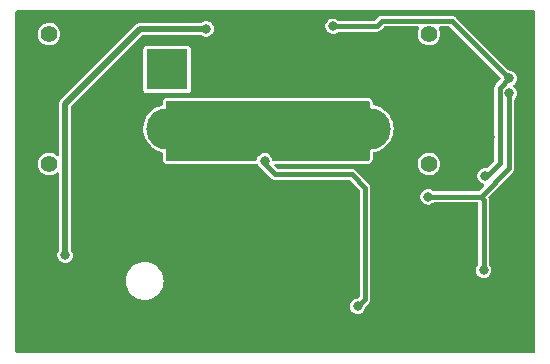
<source format=gbr>
%TF.GenerationSoftware,KiCad,Pcbnew,(5.99.0-10394-g2e15de97e0)*%
%TF.CreationDate,2021-04-26T17:42:33+02:00*%
%TF.ProjectId,TFSBEC01A,54465342-4543-4303-9141-2e6b69636164,rev?*%
%TF.SameCoordinates,Original*%
%TF.FileFunction,Copper,L1,Top*%
%TF.FilePolarity,Positive*%
%FSLAX46Y46*%
G04 Gerber Fmt 4.6, Leading zero omitted, Abs format (unit mm)*
G04 Created by KiCad (PCBNEW (5.99.0-10394-g2e15de97e0)) date 2021-04-26 17:42:33*
%MOMM*%
%LPD*%
G01*
G04 APERTURE LIST*
G04 Aperture macros list*
%AMRoundRect*
0 Rectangle with rounded corners*
0 $1 Rounding radius*
0 $2 $3 $4 $5 $6 $7 $8 $9 X,Y pos of 4 corners*
0 Add a 4 corners polygon primitive as box body*
4,1,4,$2,$3,$4,$5,$6,$7,$8,$9,$2,$3,0*
0 Add four circle primitives for the rounded corners*
1,1,$1+$1,$2,$3*
1,1,$1+$1,$4,$5*
1,1,$1+$1,$6,$7*
1,1,$1+$1,$8,$9*
0 Add four rect primitives between the rounded corners*
20,1,$1+$1,$2,$3,$4,$5,0*
20,1,$1+$1,$4,$5,$6,$7,0*
20,1,$1+$1,$6,$7,$8,$9,0*
20,1,$1+$1,$8,$9,$2,$3,0*%
G04 Aperture macros list end*
%TA.AperFunction,ComponentPad*%
%ADD10C,1.400000*%
%TD*%
%TA.AperFunction,ComponentPad*%
%ADD11R,3.500000X3.500000*%
%TD*%
%TA.AperFunction,ComponentPad*%
%ADD12C,3.500000*%
%TD*%
%TA.AperFunction,ComponentPad*%
%ADD13C,0.500000*%
%TD*%
%TA.AperFunction,SMDPad,CuDef*%
%ADD14RoundRect,0.250000X-0.700000X-1.200000X0.700000X-1.200000X0.700000X1.200000X-0.700000X1.200000X0*%
%TD*%
%TA.AperFunction,ViaPad*%
%ADD15C,0.800000*%
%TD*%
%TA.AperFunction,Conductor*%
%ADD16C,0.500000*%
%TD*%
%TA.AperFunction,Conductor*%
%ADD17C,0.400000*%
%TD*%
G04 APERTURE END LIST*
D10*
%TO.P,J19,*%
%TO.N,*%
X35500000Y16500000D03*
X35500000Y27500000D03*
D11*
%TO.P,J19,1,-*%
%TO.N,GND*%
X30500000Y24500000D03*
D12*
%TO.P,J19,2,+*%
%TO.N,VCC*%
X30500000Y19500000D03*
%TD*%
D10*
%TO.P,J18,*%
%TO.N,*%
X3335000Y27500000D03*
X3335000Y16500000D03*
D11*
%TO.P,J18,1,-*%
%TO.N,Net-(J18-Pad1)*%
X13335000Y24500000D03*
D12*
%TO.P,J18,2,+*%
%TO.N,VCC*%
X13335000Y19500000D03*
%TD*%
D13*
%TO.P,U3,9,GND*%
%TO.N,GND*%
X18291000Y16059000D03*
X18291000Y13659000D03*
X18291000Y14859000D03*
D14*
X17591000Y14859000D03*
D13*
X16891000Y16059000D03*
X16891000Y13659000D03*
X16891000Y14859000D03*
%TD*%
D15*
%TO.N,GND*%
X27940000Y25908000D03*
X25908000Y24892000D03*
X7112000Y8890000D03*
X24638000Y1524000D03*
X3810000Y3048000D03*
X25400000Y2794000D03*
X34036000Y3302000D03*
X14986000Y7366000D03*
X2540000Y11938000D03*
X12446000Y11938000D03*
X24130000Y2794000D03*
X17018000Y12446000D03*
X43688000Y23622000D03*
X21082000Y3810000D03*
X24892000Y24892000D03*
X23368000Y1524000D03*
X10160000Y22606000D03*
X43688000Y24638000D03*
X43688000Y25654000D03*
X7112000Y11938000D03*
X11938000Y26924000D03*
X4826000Y2032000D03*
X9398000Y11938000D03*
X3302000Y8890000D03*
X31750000Y16510000D03*
X6096000Y8890000D03*
X4826000Y3048000D03*
X27940000Y22860000D03*
X35306000Y3302000D03*
X16256000Y11430000D03*
X10160000Y8890000D03*
X35306000Y5842000D03*
X26924000Y24892000D03*
X23876000Y22860000D03*
X5842000Y20066000D03*
X8382000Y11938000D03*
X31750000Y15494000D03*
X5842000Y21336000D03*
X35306000Y24892000D03*
X35306000Y22860000D03*
X27940000Y23876000D03*
X6096000Y11938000D03*
X25908000Y1524000D03*
X23876000Y23876000D03*
X26924000Y23876000D03*
X1270000Y8890000D03*
X8890000Y22606000D03*
X35306000Y21844000D03*
X32766000Y16510000D03*
X34036000Y11176000D03*
X35306000Y4572000D03*
X14986000Y6096000D03*
X26924000Y25908000D03*
X25908000Y22860000D03*
X2286000Y8890000D03*
X11176000Y28956000D03*
X34036000Y5842000D03*
X35306000Y25908000D03*
X12192000Y8890000D03*
X23876000Y25908000D03*
X26162000Y9144000D03*
X9144000Y8890000D03*
X24892000Y25908000D03*
X24892000Y23876000D03*
X22606000Y5080000D03*
X35306000Y20828000D03*
X19558000Y3302000D03*
X27940000Y24892000D03*
X35306000Y2032000D03*
X9652000Y5080000D03*
X35306000Y23876000D03*
X10414000Y11938000D03*
X23876000Y24892000D03*
X3556000Y11938000D03*
X11176000Y8890000D03*
X39624000Y18796000D03*
X11430000Y11938000D03*
X40640000Y18796000D03*
X7620000Y22606000D03*
X32766000Y15494000D03*
X34798000Y17780000D03*
X17526000Y3302000D03*
X34036000Y2032000D03*
X27432000Y10414000D03*
X4826000Y4064000D03*
X1524000Y11938000D03*
X43688000Y22606000D03*
X15494000Y3302000D03*
X3810000Y4064000D03*
X32512000Y17526000D03*
X8128000Y8890000D03*
X3810000Y2032000D03*
X26924000Y22860000D03*
X35306000Y19812000D03*
X25908000Y25908000D03*
X26670000Y2794000D03*
X25908000Y23876000D03*
X27432000Y9144000D03*
X24892000Y22860000D03*
X34036000Y4572000D03*
X35306000Y18796000D03*
%TO.N,+3V3*%
X16642000Y27935000D03*
X4699000Y8763000D03*
%TO.N,/SENSE_CURRENT*%
X27390000Y28152000D03*
X40259000Y15494000D03*
X42291000Y23749000D03*
%TO.N,/SENSE_VOLTAGE*%
X42291000Y22479000D03*
X40132000Y7493000D03*
X35433000Y13716000D03*
%TO.N,Net-(R5-Pad2)*%
X29464000Y4445000D03*
X21590000Y16764000D03*
%TD*%
D16*
%TO.N,+3V3*%
X4699000Y21590000D02*
X11049000Y27940000D01*
X16637000Y27940000D02*
X16642000Y27935000D01*
X4699000Y8763000D02*
X4699000Y21590000D01*
X11049000Y27940000D02*
X16637000Y27940000D01*
D17*
%TO.N,/SENSE_CURRENT*%
X41491489Y16599489D02*
X41491489Y22949489D01*
X31514631Y28599511D02*
X37440489Y28599511D01*
X40259000Y15494000D02*
X40386000Y15494000D01*
X40386000Y15494000D02*
X41491489Y16599489D01*
X41491489Y22949489D02*
X42291000Y23749000D01*
X31067120Y28152000D02*
X31514631Y28599511D01*
X27390000Y28152000D02*
X31067120Y28152000D01*
X37440489Y28599511D02*
X42291000Y23749000D01*
%TO.N,/SENSE_VOLTAGE*%
X40132000Y13462000D02*
X40132000Y7493000D01*
X42291000Y22479000D02*
X42291000Y16129000D01*
X42291000Y16129000D02*
X39878000Y13716000D01*
X35433000Y13716000D02*
X39878000Y13716000D01*
X39878000Y13716000D02*
X40132000Y13462000D01*
%TO.N,Net-(R5-Pad2)*%
X28956000Y15621000D02*
X30099000Y14478000D01*
X30099000Y14478000D02*
X30099000Y5080000D01*
X30099000Y5080000D02*
X29464000Y4445000D01*
X21590000Y16764000D02*
X21590000Y16510000D01*
X21590000Y16510000D02*
X22479000Y15621000D01*
X22479000Y15621000D02*
X28956000Y15621000D01*
%TD*%
%TA.AperFunction,Conductor*%
%TO.N,VCC*%
G36*
X30422121Y21823998D02*
G01*
X30468614Y21770342D01*
X30480000Y21718000D01*
X30480000Y16890000D01*
X30459998Y16821879D01*
X30406342Y16775386D01*
X30354000Y16764000D01*
X22360584Y16764000D01*
X22292463Y16784002D01*
X22245970Y16837658D01*
X22235578Y16874208D01*
X22229775Y16920146D01*
X22229774Y16920149D01*
X22228781Y16928011D01*
X22167924Y17081717D01*
X22070755Y17215459D01*
X22064647Y17220512D01*
X21949487Y17315781D01*
X21949483Y17315784D01*
X21943378Y17320834D01*
X21793797Y17391222D01*
X21786014Y17392707D01*
X21786013Y17392707D01*
X21639196Y17420714D01*
X21639194Y17420714D01*
X21631410Y17422199D01*
X21548916Y17417009D01*
X21474333Y17412316D01*
X21474331Y17412316D01*
X21466422Y17411818D01*
X21458886Y17409369D01*
X21458884Y17409369D01*
X21316741Y17363184D01*
X21316738Y17363183D01*
X21309199Y17360733D01*
X21169619Y17272153D01*
X21164192Y17266374D01*
X21164191Y17266373D01*
X21110356Y17209045D01*
X21056453Y17151644D01*
X20976812Y17006778D01*
X20974840Y16999097D01*
X20938783Y16858665D01*
X20902469Y16797659D01*
X20838937Y16765970D01*
X20816742Y16764000D01*
X13334000Y16764000D01*
X13265879Y16784002D01*
X13219386Y16837658D01*
X13208000Y16890000D01*
X13208000Y21718000D01*
X13228002Y21786121D01*
X13281658Y21832614D01*
X13334000Y21844000D01*
X30354000Y21844000D01*
X30422121Y21823998D01*
G37*
%TD.AperFunction*%
%TD*%
%TA.AperFunction,Conductor*%
%TO.N,GND*%
G36*
X44442121Y29479998D02*
G01*
X44488614Y29426342D01*
X44500000Y29374000D01*
X44500000Y626000D01*
X44479998Y557879D01*
X44426342Y511386D01*
X44374000Y500000D01*
X626000Y500000D01*
X557879Y520002D01*
X511386Y573658D01*
X500000Y626000D01*
X500000Y6604000D01*
X9828300Y6604000D01*
X9848116Y6352219D01*
X9907075Y6106637D01*
X10003725Y5873302D01*
X10135687Y5657960D01*
X10299712Y5465912D01*
X10491760Y5301887D01*
X10707102Y5169925D01*
X10711672Y5168032D01*
X10711676Y5168030D01*
X10899168Y5090369D01*
X10940437Y5073275D01*
X11025821Y5052776D01*
X11181206Y5015471D01*
X11181212Y5015470D01*
X11186019Y5014316D01*
X11285348Y5006498D01*
X11371814Y4999693D01*
X11371821Y4999693D01*
X11374270Y4999500D01*
X11501330Y4999500D01*
X11503779Y4999693D01*
X11503786Y4999693D01*
X11590252Y5006498D01*
X11689581Y5014316D01*
X11694388Y5015470D01*
X11694394Y5015471D01*
X11849779Y5052776D01*
X11935163Y5073275D01*
X11976432Y5090369D01*
X12163924Y5168030D01*
X12163928Y5168032D01*
X12168498Y5169925D01*
X12383840Y5301887D01*
X12575888Y5465912D01*
X12739913Y5657960D01*
X12871875Y5873302D01*
X12968525Y6106637D01*
X13027484Y6352219D01*
X13047300Y6604000D01*
X13027484Y6855781D01*
X13025441Y6864293D01*
X12969680Y7096551D01*
X12968525Y7101363D01*
X12940563Y7168870D01*
X12873770Y7330124D01*
X12873768Y7330128D01*
X12871875Y7334698D01*
X12739913Y7550040D01*
X12596692Y7717730D01*
X12579096Y7738332D01*
X12575888Y7742088D01*
X12383840Y7906113D01*
X12168498Y8038075D01*
X12163928Y8039968D01*
X12163924Y8039970D01*
X11939736Y8132831D01*
X11939734Y8132832D01*
X11935163Y8134725D01*
X11849779Y8155224D01*
X11694394Y8192529D01*
X11694388Y8192530D01*
X11689581Y8193684D01*
X11590252Y8201502D01*
X11503786Y8208307D01*
X11503779Y8208307D01*
X11501330Y8208500D01*
X11374270Y8208500D01*
X11371821Y8208307D01*
X11371814Y8208307D01*
X11285348Y8201502D01*
X11186019Y8193684D01*
X11181212Y8192530D01*
X11181206Y8192529D01*
X11025821Y8155224D01*
X10940437Y8134725D01*
X10935866Y8132832D01*
X10935864Y8132831D01*
X10711676Y8039970D01*
X10711672Y8039968D01*
X10707102Y8038075D01*
X10491760Y7906113D01*
X10299712Y7742088D01*
X10296504Y7738332D01*
X10278908Y7717730D01*
X10135687Y7550040D01*
X10003725Y7334698D01*
X10001832Y7330128D01*
X10001830Y7330124D01*
X9935037Y7168870D01*
X9907075Y7101363D01*
X9905920Y7096551D01*
X9850160Y6864293D01*
X9848116Y6855781D01*
X9828300Y6604000D01*
X500000Y6604000D01*
X500000Y16406369D01*
X2380079Y16406369D01*
X2418410Y16216268D01*
X2420905Y16210391D01*
X2420905Y16210390D01*
X2487823Y16052743D01*
X2494184Y16037757D01*
X2604304Y15878129D01*
X2744273Y15743904D01*
X2813042Y15700598D01*
X2902965Y15643970D01*
X2902969Y15643968D01*
X2908373Y15640565D01*
X3089900Y15572333D01*
X3096204Y15571335D01*
X3096206Y15571334D01*
X3185670Y15557164D01*
X3281439Y15541996D01*
X3475167Y15550793D01*
X3556344Y15571334D01*
X3656980Y15596799D01*
X3656982Y15596800D01*
X3663168Y15598365D01*
X3750463Y15640565D01*
X3832016Y15679989D01*
X3832018Y15679990D01*
X3837764Y15682768D01*
X3842833Y15686644D01*
X3842837Y15686646D01*
X3991823Y15800555D01*
X3993623Y15798201D01*
X4045589Y15824497D01*
X4116211Y15817216D01*
X4171685Y15772908D01*
X4194500Y15700598D01*
X4194500Y9229873D01*
X4174498Y9161752D01*
X4170785Y9156322D01*
X4165453Y9150644D01*
X4085812Y9005778D01*
X4044700Y8845657D01*
X4044700Y8680343D01*
X4085812Y8520222D01*
X4165453Y8375356D01*
X4170877Y8369580D01*
X4225380Y8311541D01*
X4278619Y8254847D01*
X4418199Y8166267D01*
X4425738Y8163817D01*
X4425741Y8163816D01*
X4567884Y8117631D01*
X4567886Y8117631D01*
X4575422Y8115182D01*
X4583331Y8114684D01*
X4583333Y8114684D01*
X4657916Y8109992D01*
X4740410Y8104801D01*
X4748194Y8106286D01*
X4748196Y8106286D01*
X4895013Y8134293D01*
X4895014Y8134293D01*
X4902797Y8135778D01*
X5052378Y8206166D01*
X5058483Y8211216D01*
X5058487Y8211219D01*
X5173647Y8306488D01*
X5179755Y8311541D01*
X5276924Y8445283D01*
X5337781Y8598989D01*
X5358500Y8763000D01*
X5337781Y8927011D01*
X5276924Y9080717D01*
X5227563Y9148657D01*
X5203500Y9222717D01*
X5203500Y19563120D01*
X11326492Y19563120D01*
X11337635Y19279489D01*
X11388632Y19000258D01*
X11478464Y18730998D01*
X11605339Y18477081D01*
X11607868Y18473422D01*
X11712092Y18322623D01*
X11766725Y18243575D01*
X11959403Y18035138D01*
X12179527Y17855928D01*
X12183345Y17853629D01*
X12183347Y17853628D01*
X12418889Y17711820D01*
X12422706Y17709522D01*
X12426801Y17707788D01*
X12426803Y17707787D01*
X12609864Y17630271D01*
X12684088Y17598841D01*
X12688381Y17597703D01*
X12688386Y17597701D01*
X12860292Y17552122D01*
X12921011Y17515329D01*
X12952200Y17451550D01*
X12954000Y17430330D01*
X12954000Y16890000D01*
X12954360Y16886653D01*
X12954360Y16886649D01*
X12959382Y16839939D01*
X12959804Y16836010D01*
X12960522Y16832710D01*
X12960522Y16832709D01*
X12969786Y16790124D01*
X12971190Y16783668D01*
X12978384Y16757445D01*
X13001597Y16716680D01*
X13024362Y16676702D01*
X13024365Y16676698D01*
X13027425Y16671324D01*
X13040686Y16656020D01*
X13064898Y16628078D01*
X13073918Y16617668D01*
X13106502Y16586227D01*
X13194319Y16540291D01*
X13262440Y16520289D01*
X13266899Y16519648D01*
X13266903Y16519647D01*
X13296151Y16515442D01*
X13334000Y16510000D01*
X20816742Y16510000D01*
X20827970Y16510498D01*
X20837781Y16510932D01*
X20837791Y16510933D01*
X20839198Y16510995D01*
X20861393Y16512965D01*
X20868791Y16515057D01*
X20869665Y16515048D01*
X20872863Y16515637D01*
X20872978Y16515015D01*
X20939784Y16514343D01*
X20999121Y16475361D01*
X21013486Y16454512D01*
X21056453Y16376356D01*
X21169619Y16255847D01*
X21209630Y16230455D01*
X21244112Y16208572D01*
X21269122Y16187716D01*
X21296305Y16158310D01*
X21296309Y16158307D01*
X21302701Y16151392D01*
X21308817Y16147839D01*
X21314414Y16142826D01*
X22134052Y15323188D01*
X22143907Y15312099D01*
X22164451Y15286039D01*
X22213191Y15252352D01*
X22216359Y15250088D01*
X22263987Y15214909D01*
X22270858Y15212496D01*
X22276848Y15208356D01*
X22333304Y15190501D01*
X22337011Y15189265D01*
X22392898Y15169639D01*
X22400101Y15169356D01*
X22400268Y15169323D01*
X22407118Y15167157D01*
X22415466Y15166500D01*
X22470314Y15166500D01*
X22475261Y15166403D01*
X22529423Y15164275D01*
X22536260Y15166088D01*
X22543752Y15166500D01*
X28715550Y15166500D01*
X28783671Y15146498D01*
X28804645Y15129595D01*
X29607595Y14326645D01*
X29641621Y14264333D01*
X29644500Y14237550D01*
X29644500Y5320450D01*
X29624498Y5252329D01*
X29607595Y5231355D01*
X29511361Y5135121D01*
X29449049Y5101095D01*
X29430182Y5098466D01*
X29385358Y5095645D01*
X29348333Y5093316D01*
X29348331Y5093316D01*
X29340422Y5092818D01*
X29332886Y5090369D01*
X29332884Y5090369D01*
X29190741Y5044184D01*
X29190738Y5044183D01*
X29183199Y5041733D01*
X29043619Y4953153D01*
X29038192Y4947374D01*
X29038191Y4947373D01*
X28965731Y4870211D01*
X28930453Y4832644D01*
X28850812Y4687778D01*
X28809700Y4527657D01*
X28809700Y4362343D01*
X28850812Y4202222D01*
X28930453Y4057356D01*
X28935877Y4051580D01*
X28990380Y3993541D01*
X29043619Y3936847D01*
X29183199Y3848267D01*
X29190738Y3845817D01*
X29190741Y3845816D01*
X29332884Y3799631D01*
X29332886Y3799631D01*
X29340422Y3797182D01*
X29348331Y3796684D01*
X29348333Y3796684D01*
X29422916Y3791991D01*
X29505410Y3786801D01*
X29513194Y3788286D01*
X29513196Y3788286D01*
X29660013Y3816293D01*
X29660014Y3816293D01*
X29667797Y3817778D01*
X29817378Y3888166D01*
X29823483Y3893216D01*
X29823487Y3893219D01*
X29938647Y3988488D01*
X29944755Y3993541D01*
X30041924Y4127283D01*
X30102781Y4280989D01*
X30120514Y4421362D01*
X30148896Y4486438D01*
X30156425Y4494665D01*
X30396812Y4735052D01*
X30407901Y4744907D01*
X30426564Y4759620D01*
X30433961Y4765451D01*
X30467648Y4814191D01*
X30469916Y4817364D01*
X30485468Y4838420D01*
X30505091Y4864987D01*
X30507504Y4871858D01*
X30511644Y4877848D01*
X30529499Y4934304D01*
X30530743Y4938034D01*
X30536053Y4953153D01*
X30550361Y4993898D01*
X30550644Y5001101D01*
X30550677Y5001268D01*
X30552843Y5008118D01*
X30553500Y5016466D01*
X30553500Y5071314D01*
X30553597Y5076261D01*
X30554151Y5090369D01*
X30555725Y5130423D01*
X30553912Y5137260D01*
X30553500Y5144752D01*
X30553500Y14444673D01*
X30554373Y14459482D01*
X30557166Y14483081D01*
X30558273Y14492434D01*
X30556581Y14501701D01*
X30547641Y14550653D01*
X30546991Y14554555D01*
X30539587Y14603802D01*
X30539586Y14603804D01*
X30538187Y14613112D01*
X30535034Y14619678D01*
X30533726Y14626840D01*
X30506423Y14679401D01*
X30504673Y14682903D01*
X30483121Y14727786D01*
X30479044Y14736277D01*
X30474149Y14741572D01*
X30474057Y14741709D01*
X30470744Y14748087D01*
X30465305Y14754455D01*
X30426541Y14793219D01*
X30423111Y14796785D01*
X30392691Y14829693D01*
X30386299Y14836608D01*
X30380183Y14840161D01*
X30374586Y14845174D01*
X29300948Y15918812D01*
X29291093Y15929901D01*
X29276380Y15948564D01*
X29270549Y15955961D01*
X29221809Y15989648D01*
X29218636Y15991916D01*
X29204776Y16002153D01*
X29171013Y16027091D01*
X29164142Y16029504D01*
X29158152Y16033644D01*
X29101696Y16051499D01*
X29097989Y16052735D01*
X29042102Y16072361D01*
X29034899Y16072644D01*
X29034732Y16072677D01*
X29027882Y16074843D01*
X29019534Y16075500D01*
X28964686Y16075500D01*
X28959739Y16075597D01*
X28905577Y16077725D01*
X28898740Y16075912D01*
X28891248Y16075500D01*
X22719450Y16075500D01*
X22651329Y16095502D01*
X22630355Y16112405D01*
X22447855Y16294905D01*
X22413829Y16357217D01*
X22417345Y16406369D01*
X34545079Y16406369D01*
X34583410Y16216268D01*
X34585905Y16210391D01*
X34585905Y16210390D01*
X34652823Y16052743D01*
X34659184Y16037757D01*
X34769304Y15878129D01*
X34909273Y15743904D01*
X34978042Y15700598D01*
X35067965Y15643970D01*
X35067969Y15643968D01*
X35073373Y15640565D01*
X35254900Y15572333D01*
X35261204Y15571335D01*
X35261206Y15571334D01*
X35350670Y15557164D01*
X35446439Y15541996D01*
X35640167Y15550793D01*
X35721344Y15571334D01*
X35821980Y15596799D01*
X35821982Y15596800D01*
X35828168Y15598365D01*
X35915463Y15640565D01*
X35997016Y15679989D01*
X35997018Y15679990D01*
X36002764Y15682768D01*
X36007833Y15686644D01*
X36007837Y15686646D01*
X36142116Y15789311D01*
X36156823Y15800555D01*
X36259623Y15918812D01*
X36279863Y15942095D01*
X36279864Y15942097D01*
X36284051Y15946913D01*
X36379250Y16115865D01*
X36438533Y16300509D01*
X36459477Y16493301D01*
X36459500Y16500000D01*
X36457972Y16515048D01*
X36440547Y16686585D01*
X36440547Y16686586D01*
X36439902Y16692934D01*
X36381910Y16877987D01*
X36287893Y17047600D01*
X36161690Y17194843D01*
X36008458Y17313702D01*
X35834455Y17399322D01*
X35828277Y17400931D01*
X35828275Y17400932D01*
X35652972Y17446595D01*
X35652969Y17446595D01*
X35646790Y17448205D01*
X35563491Y17452570D01*
X35459510Y17458020D01*
X35459506Y17458020D01*
X35453129Y17458354D01*
X35313987Y17437311D01*
X35267696Y17430311D01*
X35267695Y17430311D01*
X35261382Y17429356D01*
X35255393Y17427153D01*
X35255391Y17427152D01*
X35184128Y17400932D01*
X35079383Y17362393D01*
X34914566Y17260202D01*
X34773663Y17126957D01*
X34662431Y16968101D01*
X34620796Y16871888D01*
X34605271Y16836010D01*
X34585414Y16790124D01*
X34584108Y16783874D01*
X34584108Y16783873D01*
X34551945Y16629918D01*
X34545756Y16600295D01*
X34545464Y16516522D01*
X34545155Y16428032D01*
X34545079Y16406369D01*
X22417345Y16406369D01*
X22418894Y16428032D01*
X22461441Y16484868D01*
X22527961Y16509679D01*
X22536950Y16510000D01*
X30354000Y16510000D01*
X30357347Y16510360D01*
X30357351Y16510360D01*
X30404626Y16515442D01*
X30404633Y16515443D01*
X30407990Y16515804D01*
X30411291Y16516522D01*
X30458678Y16526830D01*
X30458685Y16526832D01*
X30460332Y16527190D01*
X30486555Y16534384D01*
X30527320Y16557597D01*
X30567298Y16580362D01*
X30567302Y16580365D01*
X30572676Y16583425D01*
X30599458Y16606632D01*
X30624209Y16628078D01*
X30624214Y16628083D01*
X30626332Y16629918D01*
X30657773Y16662502D01*
X30703709Y16750319D01*
X30723711Y16818440D01*
X30734000Y16890000D01*
X30734000Y17400129D01*
X30754002Y17468250D01*
X30807658Y17514743D01*
X30839311Y17524419D01*
X30879983Y17531188D01*
X30964718Y17545292D01*
X30964722Y17545293D01*
X30969108Y17546023D01*
X30973349Y17547364D01*
X30973352Y17547365D01*
X31235500Y17630271D01*
X31235502Y17630272D01*
X31239746Y17631614D01*
X31243757Y17633540D01*
X31243762Y17633542D01*
X31491605Y17752555D01*
X31491606Y17752556D01*
X31495624Y17754485D01*
X31647444Y17855928D01*
X31727929Y17909706D01*
X31727933Y17909709D01*
X31731637Y17912184D01*
X31734954Y17915155D01*
X31734958Y17915158D01*
X31939757Y18098591D01*
X31939758Y18098592D01*
X31943075Y18101563D01*
X32125720Y18318846D01*
X32275927Y18559695D01*
X32390700Y18819306D01*
X32429224Y18955903D01*
X32466537Y19088204D01*
X32466538Y19088208D01*
X32467748Y19092499D01*
X32505535Y19373822D01*
X32509500Y19500000D01*
X32489453Y19783141D01*
X32429710Y20060633D01*
X32331465Y20326938D01*
X32196677Y20576744D01*
X32028036Y20805066D01*
X31984864Y20848922D01*
X31832037Y21004167D01*
X31828906Y21007348D01*
X31825367Y21010049D01*
X31825360Y21010055D01*
X31606802Y21176853D01*
X31606798Y21176856D01*
X31603261Y21179555D01*
X31355603Y21318250D01*
X31090874Y21420666D01*
X31086549Y21421669D01*
X31086544Y21421670D01*
X30831549Y21480775D01*
X30769704Y21515643D01*
X30736527Y21578411D01*
X30734000Y21603521D01*
X30734000Y21718000D01*
X30733520Y21722463D01*
X30728558Y21768626D01*
X30728557Y21768633D01*
X30728196Y21771990D01*
X30724114Y21790754D01*
X30717170Y21822678D01*
X30717168Y21822685D01*
X30716810Y21824332D01*
X30709616Y21850555D01*
X30670947Y21918462D01*
X30663638Y21931298D01*
X30663635Y21931302D01*
X30660575Y21936676D01*
X30624697Y21978082D01*
X30615922Y21988209D01*
X30615917Y21988214D01*
X30614082Y21990332D01*
X30581498Y22021773D01*
X30493681Y22067709D01*
X30425560Y22087711D01*
X30421101Y22088352D01*
X30421097Y22088353D01*
X30389780Y22092856D01*
X30354000Y22098000D01*
X13334000Y22098000D01*
X13330653Y22097640D01*
X13330649Y22097640D01*
X13283374Y22092558D01*
X13283367Y22092557D01*
X13280010Y22092196D01*
X13276710Y22091478D01*
X13276709Y22091478D01*
X13229322Y22081170D01*
X13229315Y22081168D01*
X13227668Y22080810D01*
X13201445Y22073616D01*
X13160680Y22050403D01*
X13120702Y22027638D01*
X13120698Y22027635D01*
X13115324Y22024575D01*
X13104872Y22015518D01*
X13074340Y21989062D01*
X13061668Y21978082D01*
X13030227Y21945498D01*
X12984291Y21857681D01*
X12964289Y21789560D01*
X12954000Y21718000D01*
X12954000Y21571372D01*
X12933998Y21503251D01*
X12880342Y21456758D01*
X12852582Y21447793D01*
X12820568Y21441425D01*
X12804747Y21438278D01*
X12800544Y21436802D01*
X12541139Y21345706D01*
X12541136Y21345705D01*
X12536931Y21344228D01*
X12532978Y21342175D01*
X12532972Y21342172D01*
X12490009Y21319854D01*
X12285039Y21213380D01*
X12281424Y21210797D01*
X12281418Y21210793D01*
X12057717Y21050934D01*
X12057713Y21050931D01*
X12054096Y21048346D01*
X11848711Y20852419D01*
X11672982Y20629507D01*
X11530414Y20384058D01*
X11528746Y20379941D01*
X11528743Y20379934D01*
X11505586Y20322761D01*
X11423852Y20120970D01*
X11355423Y19845492D01*
X11326492Y19563120D01*
X5203500Y19563120D01*
X5203500Y21328839D01*
X5223502Y21396960D01*
X5240405Y21417934D01*
X10072471Y26250000D01*
X11325500Y26250000D01*
X11325500Y22750000D01*
X11345253Y22650694D01*
X11401506Y22566506D01*
X11485694Y22510253D01*
X11585000Y22490500D01*
X15085000Y22490500D01*
X15184306Y22510253D01*
X15268494Y22566506D01*
X15324747Y22650694D01*
X15344500Y22750000D01*
X15344500Y26250000D01*
X15324747Y26349306D01*
X15268494Y26433494D01*
X15184306Y26489747D01*
X15085000Y26509500D01*
X11585000Y26509500D01*
X11485694Y26489747D01*
X11401506Y26433494D01*
X11345253Y26349306D01*
X11325500Y26250000D01*
X10072471Y26250000D01*
X11221066Y27398595D01*
X11283378Y27432621D01*
X11310161Y27435500D01*
X16171378Y27435500D01*
X16238892Y27415885D01*
X16266137Y27398595D01*
X16361199Y27338267D01*
X16368738Y27335817D01*
X16368741Y27335816D01*
X16510884Y27289631D01*
X16510886Y27289631D01*
X16518422Y27287182D01*
X16526331Y27286684D01*
X16526333Y27286684D01*
X16600916Y27281992D01*
X16683410Y27276801D01*
X16691194Y27278286D01*
X16691196Y27278286D01*
X16838013Y27306293D01*
X16838014Y27306293D01*
X16845797Y27307778D01*
X16995378Y27378166D01*
X17001483Y27383216D01*
X17001487Y27383219D01*
X17116647Y27478488D01*
X17122755Y27483541D01*
X17139531Y27506631D01*
X17215265Y27610870D01*
X17215266Y27610872D01*
X17219924Y27617283D01*
X17228760Y27639598D01*
X17277864Y27763621D01*
X17277864Y27763623D01*
X17280781Y27770989D01*
X17283199Y27790124D01*
X17300506Y27927132D01*
X17301500Y27935000D01*
X17296658Y27973327D01*
X17281775Y28091146D01*
X17281774Y28091149D01*
X17280781Y28099011D01*
X17277180Y28108106D01*
X17227075Y28234657D01*
X26735700Y28234657D01*
X26735700Y28069343D01*
X26776812Y27909222D01*
X26856453Y27764356D01*
X26861877Y27758580D01*
X26922129Y27694419D01*
X26969619Y27643847D01*
X27109199Y27555267D01*
X27116738Y27552817D01*
X27116741Y27552816D01*
X27258884Y27506631D01*
X27258886Y27506631D01*
X27266422Y27504182D01*
X27274331Y27503684D01*
X27274333Y27503684D01*
X27348916Y27498992D01*
X27431410Y27493801D01*
X27439194Y27495286D01*
X27439196Y27495286D01*
X27586013Y27523293D01*
X27586014Y27523293D01*
X27593797Y27524778D01*
X27743378Y27595166D01*
X27749483Y27600216D01*
X27749487Y27600219D01*
X27832127Y27668585D01*
X27897365Y27696595D01*
X27912442Y27697500D01*
X31033792Y27697500D01*
X31048602Y27696627D01*
X31081553Y27692727D01*
X31090817Y27694419D01*
X31090818Y27694419D01*
X31139778Y27703361D01*
X31143684Y27704011D01*
X31192920Y27711413D01*
X31202232Y27712813D01*
X31208798Y27715966D01*
X31215960Y27717274D01*
X31268521Y27744577D01*
X31272009Y27746320D01*
X31325397Y27771956D01*
X31330692Y27776851D01*
X31330829Y27776943D01*
X31337207Y27780256D01*
X31343575Y27785695D01*
X31382339Y27824459D01*
X31385905Y27827889D01*
X31418813Y27858309D01*
X31425728Y27864701D01*
X31429281Y27870817D01*
X31434294Y27876414D01*
X31665986Y28108106D01*
X31728298Y28142132D01*
X31755081Y28145011D01*
X34547280Y28145011D01*
X34615401Y28125009D01*
X34661894Y28071353D01*
X34671998Y28001079D01*
X34661047Y27968700D01*
X34662431Y27968101D01*
X34601037Y27826226D01*
X34585414Y27790124D01*
X34584108Y27783874D01*
X34584108Y27783873D01*
X34550845Y27624652D01*
X34545756Y27600295D01*
X34545614Y27559517D01*
X34545171Y27432621D01*
X34545079Y27406369D01*
X34583410Y27216268D01*
X34659184Y27037757D01*
X34769304Y26878129D01*
X34909273Y26743904D01*
X34980272Y26699194D01*
X35067965Y26643970D01*
X35067969Y26643968D01*
X35073373Y26640565D01*
X35254900Y26572333D01*
X35261204Y26571335D01*
X35261206Y26571334D01*
X35350669Y26557165D01*
X35446439Y26541996D01*
X35640167Y26550793D01*
X35721344Y26571334D01*
X35821980Y26596799D01*
X35821982Y26596800D01*
X35828168Y26598365D01*
X35915463Y26640565D01*
X35997016Y26679989D01*
X35997018Y26679990D01*
X36002764Y26682768D01*
X36007833Y26686644D01*
X36007837Y26686646D01*
X36151749Y26796676D01*
X36156823Y26800555D01*
X36284051Y26946913D01*
X36379250Y27115865D01*
X36438533Y27300509D01*
X36459477Y27493301D01*
X36459500Y27500000D01*
X36458827Y27506631D01*
X36440547Y27686585D01*
X36440547Y27686586D01*
X36439902Y27692934D01*
X36381910Y27877987D01*
X36337600Y27957925D01*
X36322069Y28027202D01*
X36346457Y28093879D01*
X36403022Y28136785D01*
X36447802Y28145011D01*
X37200039Y28145011D01*
X37268160Y28125009D01*
X37289134Y28108106D01*
X41559145Y23838095D01*
X41593171Y23775783D01*
X41588106Y23704968D01*
X41559145Y23659905D01*
X41193677Y23294437D01*
X41182588Y23284582D01*
X41156528Y23264038D01*
X41122841Y23215298D01*
X41120577Y23212130D01*
X41085398Y23164502D01*
X41082985Y23157631D01*
X41078845Y23151641D01*
X41069401Y23121778D01*
X41060998Y23095209D01*
X41059754Y23091478D01*
X41040128Y23035591D01*
X41039845Y23028388D01*
X41039812Y23028221D01*
X41037646Y23021371D01*
X41036989Y23013023D01*
X41036989Y22958175D01*
X41036892Y22953228D01*
X41034764Y22899066D01*
X41036577Y22892229D01*
X41036989Y22884737D01*
X41036989Y16839939D01*
X41016987Y16771818D01*
X41000084Y16750844D01*
X40432428Y16183188D01*
X40370116Y16149162D01*
X40319724Y16148515D01*
X40308198Y16150714D01*
X40308193Y16150714D01*
X40300410Y16152199D01*
X40218274Y16147031D01*
X40143333Y16142316D01*
X40143331Y16142316D01*
X40135422Y16141818D01*
X40127886Y16139369D01*
X40127884Y16139369D01*
X39985741Y16093184D01*
X39985738Y16093183D01*
X39978199Y16090733D01*
X39838619Y16002153D01*
X39833192Y15996374D01*
X39833191Y15996373D01*
X39767880Y15926824D01*
X39725453Y15881644D01*
X39645812Y15736778D01*
X39604700Y15576657D01*
X39604700Y15411343D01*
X39645812Y15251222D01*
X39725453Y15106356D01*
X39838619Y14985847D01*
X39978199Y14897267D01*
X39985738Y14894817D01*
X39985741Y14894816D01*
X40113468Y14853315D01*
X40172074Y14813241D01*
X40199711Y14747845D01*
X40187604Y14677888D01*
X40163627Y14644387D01*
X39726645Y14207405D01*
X39664333Y14173379D01*
X39637550Y14170500D01*
X35955442Y14170500D01*
X35887321Y14190502D01*
X35875127Y14199415D01*
X35792487Y14267781D01*
X35792483Y14267784D01*
X35786378Y14272834D01*
X35636797Y14343222D01*
X35629014Y14344707D01*
X35629013Y14344707D01*
X35482196Y14372714D01*
X35482194Y14372714D01*
X35474410Y14374199D01*
X35391916Y14369009D01*
X35317333Y14364316D01*
X35317331Y14364316D01*
X35309422Y14363818D01*
X35301886Y14361369D01*
X35301884Y14361369D01*
X35159741Y14315184D01*
X35159738Y14315183D01*
X35152199Y14312733D01*
X35012619Y14224153D01*
X35007192Y14218374D01*
X35007191Y14218373D01*
X34989388Y14199415D01*
X34899453Y14103644D01*
X34819812Y13958778D01*
X34778700Y13798657D01*
X34778700Y13633343D01*
X34819812Y13473222D01*
X34899453Y13328356D01*
X35012619Y13207847D01*
X35152199Y13119267D01*
X35159738Y13116817D01*
X35159741Y13116816D01*
X35301884Y13070631D01*
X35301886Y13070631D01*
X35309422Y13068182D01*
X35317331Y13067684D01*
X35317333Y13067684D01*
X35391916Y13062992D01*
X35474410Y13057801D01*
X35482194Y13059286D01*
X35482196Y13059286D01*
X35629013Y13087293D01*
X35629014Y13087293D01*
X35636797Y13088778D01*
X35786378Y13159166D01*
X35792483Y13164216D01*
X35792487Y13164219D01*
X35875127Y13232585D01*
X35940365Y13260595D01*
X35955442Y13261500D01*
X39551500Y13261500D01*
X39619621Y13241498D01*
X39666114Y13187842D01*
X39677500Y13135500D01*
X39677500Y8014707D01*
X39657498Y7946586D01*
X39643351Y7928455D01*
X39598453Y7880644D01*
X39518812Y7735778D01*
X39477700Y7575657D01*
X39477700Y7410343D01*
X39518812Y7250222D01*
X39598453Y7105356D01*
X39603877Y7099580D01*
X39658380Y7041541D01*
X39711619Y6984847D01*
X39851199Y6896267D01*
X39858738Y6893817D01*
X39858741Y6893816D01*
X40000884Y6847631D01*
X40000886Y6847631D01*
X40008422Y6845182D01*
X40016331Y6844684D01*
X40016333Y6844684D01*
X40090916Y6839992D01*
X40173410Y6834801D01*
X40181194Y6836286D01*
X40181196Y6836286D01*
X40328013Y6864293D01*
X40328014Y6864293D01*
X40335797Y6865778D01*
X40485378Y6936166D01*
X40491483Y6941216D01*
X40491487Y6941219D01*
X40606647Y7036488D01*
X40612755Y7041541D01*
X40709924Y7175283D01*
X40770781Y7328989D01*
X40772036Y7338918D01*
X40790506Y7485132D01*
X40791500Y7493000D01*
X40784294Y7550040D01*
X40771775Y7649146D01*
X40771774Y7649149D01*
X40770781Y7657011D01*
X40739595Y7735778D01*
X40712842Y7803348D01*
X40712841Y7803350D01*
X40709924Y7810717D01*
X40612755Y7944459D01*
X40614881Y7946004D01*
X40588600Y7997946D01*
X40586500Y8020853D01*
X40586500Y13428673D01*
X40587373Y13443482D01*
X40590166Y13467081D01*
X40591273Y13476434D01*
X40589581Y13485701D01*
X40580641Y13534653D01*
X40579991Y13538555D01*
X40572587Y13587802D01*
X40572586Y13587804D01*
X40571187Y13597112D01*
X40568034Y13603678D01*
X40566726Y13610840D01*
X40557610Y13628389D01*
X40543957Y13698059D01*
X40570138Y13764052D01*
X40580328Y13775568D01*
X42588812Y15784052D01*
X42599901Y15793907D01*
X42608334Y15800555D01*
X42625961Y15814451D01*
X42659650Y15863194D01*
X42661918Y15866367D01*
X42691496Y15906412D01*
X42691497Y15906413D01*
X42697090Y15913986D01*
X42699503Y15920856D01*
X42703644Y15926848D01*
X42721500Y15983307D01*
X42722745Y15987038D01*
X42739240Y16034008D01*
X42739241Y16034012D01*
X42742361Y16042897D01*
X42742644Y16050101D01*
X42742677Y16050268D01*
X42744843Y16057118D01*
X42745500Y16065466D01*
X42745500Y16120314D01*
X42745597Y16125261D01*
X42746151Y16139369D01*
X42747725Y16179423D01*
X42745912Y16186260D01*
X42745500Y16193752D01*
X42745500Y21951147D01*
X42765502Y22019268D01*
X42771884Y22027447D01*
X42771755Y22027541D01*
X42864265Y22154870D01*
X42864266Y22154872D01*
X42868924Y22161283D01*
X42929781Y22314989D01*
X42950500Y22479000D01*
X42945681Y22517148D01*
X42930775Y22635146D01*
X42930774Y22635149D01*
X42929781Y22643011D01*
X42921920Y22662866D01*
X42871842Y22789348D01*
X42871841Y22789350D01*
X42868924Y22796717D01*
X42771755Y22930459D01*
X42667247Y23016915D01*
X42627509Y23075749D01*
X42625886Y23146727D01*
X42667247Y23211085D01*
X42670428Y23213716D01*
X42771755Y23297541D01*
X42868924Y23431283D01*
X42929781Y23584989D01*
X42950500Y23749000D01*
X42929781Y23913011D01*
X42868924Y24066717D01*
X42771755Y24200459D01*
X42765647Y24205512D01*
X42650487Y24300781D01*
X42650483Y24300784D01*
X42644378Y24305834D01*
X42494797Y24376222D01*
X42487014Y24377707D01*
X42487013Y24377707D01*
X42340195Y24405714D01*
X42340194Y24405714D01*
X42332410Y24407199D01*
X42324500Y24406701D01*
X42320324Y24406964D01*
X42253593Y24431203D01*
X42239140Y24443620D01*
X37785437Y28897323D01*
X37775582Y28908412D01*
X37760869Y28927075D01*
X37755038Y28934472D01*
X37706298Y28968159D01*
X37703125Y28970427D01*
X37693763Y28977342D01*
X37655502Y29005602D01*
X37648631Y29008015D01*
X37642641Y29012155D01*
X37586185Y29030010D01*
X37582478Y29031246D01*
X37526591Y29050872D01*
X37519388Y29051155D01*
X37519221Y29051188D01*
X37512371Y29053354D01*
X37504023Y29054011D01*
X37449175Y29054011D01*
X37444228Y29054108D01*
X37390066Y29056236D01*
X37383229Y29054423D01*
X37375737Y29054011D01*
X31547958Y29054011D01*
X31533149Y29054884D01*
X31524608Y29055895D01*
X31500197Y29058784D01*
X31490933Y29057092D01*
X31490930Y29057092D01*
X31441978Y29048152D01*
X31438076Y29047502D01*
X31388829Y29040098D01*
X31388827Y29040097D01*
X31379519Y29038698D01*
X31372953Y29035545D01*
X31365791Y29034237D01*
X31313230Y29006934D01*
X31309742Y29005191D01*
X31256354Y28979555D01*
X31251059Y28974660D01*
X31250922Y28974568D01*
X31244544Y28971255D01*
X31238176Y28965816D01*
X31199412Y28927052D01*
X31195847Y28923623D01*
X31156023Y28886810D01*
X31152470Y28880694D01*
X31147457Y28875097D01*
X30915765Y28643405D01*
X30853453Y28609379D01*
X30826670Y28606500D01*
X27912442Y28606500D01*
X27844321Y28626502D01*
X27832127Y28635415D01*
X27749487Y28703781D01*
X27749483Y28703784D01*
X27743378Y28708834D01*
X27593797Y28779222D01*
X27586014Y28780707D01*
X27586013Y28780707D01*
X27439196Y28808714D01*
X27439194Y28808714D01*
X27431410Y28810199D01*
X27348916Y28805008D01*
X27274333Y28800316D01*
X27274331Y28800316D01*
X27266422Y28799818D01*
X27258886Y28797369D01*
X27258884Y28797369D01*
X27116741Y28751184D01*
X27116738Y28751183D01*
X27109199Y28748733D01*
X26969619Y28660153D01*
X26964192Y28654374D01*
X26964191Y28654373D01*
X26946388Y28635415D01*
X26856453Y28539644D01*
X26776812Y28394778D01*
X26735700Y28234657D01*
X17227075Y28234657D01*
X17222842Y28245348D01*
X17222841Y28245350D01*
X17219924Y28252717D01*
X17212041Y28263568D01*
X17127415Y28380045D01*
X17122755Y28386459D01*
X17104303Y28401724D01*
X17001487Y28486781D01*
X17001483Y28486784D01*
X16995378Y28491834D01*
X16845797Y28562222D01*
X16838014Y28563707D01*
X16838013Y28563707D01*
X16691196Y28591714D01*
X16691194Y28591714D01*
X16683410Y28593199D01*
X16600916Y28588008D01*
X16526333Y28583316D01*
X16526331Y28583316D01*
X16518422Y28582818D01*
X16510886Y28580369D01*
X16510884Y28580369D01*
X16368741Y28534184D01*
X16368738Y28534183D01*
X16361199Y28531733D01*
X16290366Y28486781D01*
X16254650Y28464115D01*
X16187136Y28444500D01*
X11118782Y28444500D01*
X11107610Y28445748D01*
X11107563Y28445158D01*
X11098617Y28445878D01*
X11089861Y28447859D01*
X11039620Y28444742D01*
X11031818Y28444500D01*
X11014086Y28444500D01*
X11002554Y28442848D01*
X10992502Y28441819D01*
X10954642Y28439470D01*
X10945680Y28438914D01*
X10937236Y28435866D01*
X10933911Y28435177D01*
X10918126Y28431241D01*
X10914885Y28430293D01*
X10906000Y28429021D01*
X10897829Y28425306D01*
X10897826Y28425305D01*
X10874153Y28414541D01*
X10863284Y28409599D01*
X10853948Y28405798D01*
X10809804Y28389861D01*
X10802557Y28384567D01*
X10799580Y28382984D01*
X10785518Y28374767D01*
X10782670Y28372945D01*
X10774496Y28369229D01*
X10745981Y28344659D01*
X10738961Y28338611D01*
X10731045Y28332325D01*
X10719200Y28323671D01*
X10707425Y28311896D01*
X10700577Y28305537D01*
X10671857Y28280791D01*
X10671855Y28280789D01*
X10665059Y28274933D01*
X10660179Y28267404D01*
X10654275Y28260636D01*
X10654212Y28260691D01*
X10645699Y28250170D01*
X4391612Y21996082D01*
X4382826Y21989062D01*
X4383210Y21988611D01*
X4376377Y21982796D01*
X4368783Y21978004D01*
X4345064Y21951147D01*
X4335446Y21940257D01*
X4330100Y21934570D01*
X4317577Y21922047D01*
X4310601Y21912739D01*
X4304220Y21904901D01*
X4273156Y21869727D01*
X4269342Y21861604D01*
X4267483Y21858773D01*
X4259105Y21844828D01*
X4257480Y21841861D01*
X4252094Y21834674D01*
X4237848Y21796670D01*
X4235630Y21790754D01*
X4231702Y21781432D01*
X4228819Y21775291D01*
X4211763Y21738963D01*
X4210382Y21730090D01*
X4209392Y21726853D01*
X4205262Y21711108D01*
X4204537Y21707813D01*
X4201386Y21699407D01*
X4197908Y21652604D01*
X4196756Y21642584D01*
X4195250Y21632914D01*
X4195249Y21632905D01*
X4194500Y21628093D01*
X4194500Y21611427D01*
X4194153Y21602088D01*
X4190679Y21555346D01*
X4192552Y21546571D01*
X4193163Y21537609D01*
X4193079Y21537603D01*
X4194500Y21524147D01*
X4194500Y17298604D01*
X4174498Y17230483D01*
X4120842Y17183990D01*
X4050568Y17173886D01*
X3991274Y17199045D01*
X3848503Y17309789D01*
X3848497Y17309793D01*
X3843458Y17313702D01*
X3669455Y17399322D01*
X3663277Y17400931D01*
X3663275Y17400932D01*
X3487972Y17446595D01*
X3487969Y17446595D01*
X3481790Y17448205D01*
X3398491Y17452570D01*
X3294510Y17458020D01*
X3294506Y17458020D01*
X3288129Y17458354D01*
X3148987Y17437311D01*
X3102696Y17430311D01*
X3102695Y17430311D01*
X3096382Y17429356D01*
X3090393Y17427153D01*
X3090391Y17427152D01*
X3019128Y17400932D01*
X2914383Y17362393D01*
X2749566Y17260202D01*
X2608663Y17126957D01*
X2497431Y16968101D01*
X2455796Y16871888D01*
X2440271Y16836010D01*
X2420414Y16790124D01*
X2419108Y16783874D01*
X2419108Y16783873D01*
X2386945Y16629918D01*
X2380756Y16600295D01*
X2380464Y16516522D01*
X2380155Y16428032D01*
X2380079Y16406369D01*
X500000Y16406369D01*
X500000Y27406369D01*
X2380079Y27406369D01*
X2418410Y27216268D01*
X2494184Y27037757D01*
X2604304Y26878129D01*
X2744273Y26743904D01*
X2815272Y26699194D01*
X2902965Y26643970D01*
X2902969Y26643968D01*
X2908373Y26640565D01*
X3089900Y26572333D01*
X3096204Y26571335D01*
X3096206Y26571334D01*
X3185669Y26557165D01*
X3281439Y26541996D01*
X3475167Y26550793D01*
X3556344Y26571334D01*
X3656980Y26596799D01*
X3656982Y26596800D01*
X3663168Y26598365D01*
X3750463Y26640565D01*
X3832016Y26679989D01*
X3832018Y26679990D01*
X3837764Y26682768D01*
X3842833Y26686644D01*
X3842837Y26686646D01*
X3986749Y26796676D01*
X3991823Y26800555D01*
X4119051Y26946913D01*
X4214250Y27115865D01*
X4273533Y27300509D01*
X4294477Y27493301D01*
X4294500Y27500000D01*
X4293827Y27506631D01*
X4275547Y27686585D01*
X4275547Y27686586D01*
X4274902Y27692934D01*
X4216910Y27877987D01*
X4122893Y28047600D01*
X3996690Y28194843D01*
X3843458Y28313702D01*
X3669455Y28399322D01*
X3663277Y28400931D01*
X3663275Y28400932D01*
X3487972Y28446595D01*
X3487969Y28446595D01*
X3481790Y28448205D01*
X3398491Y28452570D01*
X3294510Y28458020D01*
X3294506Y28458020D01*
X3288129Y28458354D01*
X3178793Y28441819D01*
X3102696Y28430311D01*
X3102695Y28430311D01*
X3096382Y28429356D01*
X3090393Y28427153D01*
X3090391Y28427152D01*
X2989038Y28389861D01*
X2914383Y28362393D01*
X2749566Y28260202D01*
X2608663Y28126957D01*
X2497431Y27968101D01*
X2420414Y27790124D01*
X2419108Y27783874D01*
X2419108Y27783873D01*
X2385845Y27624652D01*
X2380756Y27600295D01*
X2380614Y27559517D01*
X2380171Y27432621D01*
X2380079Y27406369D01*
X500000Y27406369D01*
X500000Y29374000D01*
X520002Y29442121D01*
X573658Y29488614D01*
X626000Y29500000D01*
X44374000Y29500000D01*
X44442121Y29479998D01*
G37*
%TD.AperFunction*%
%TD*%
M02*

</source>
